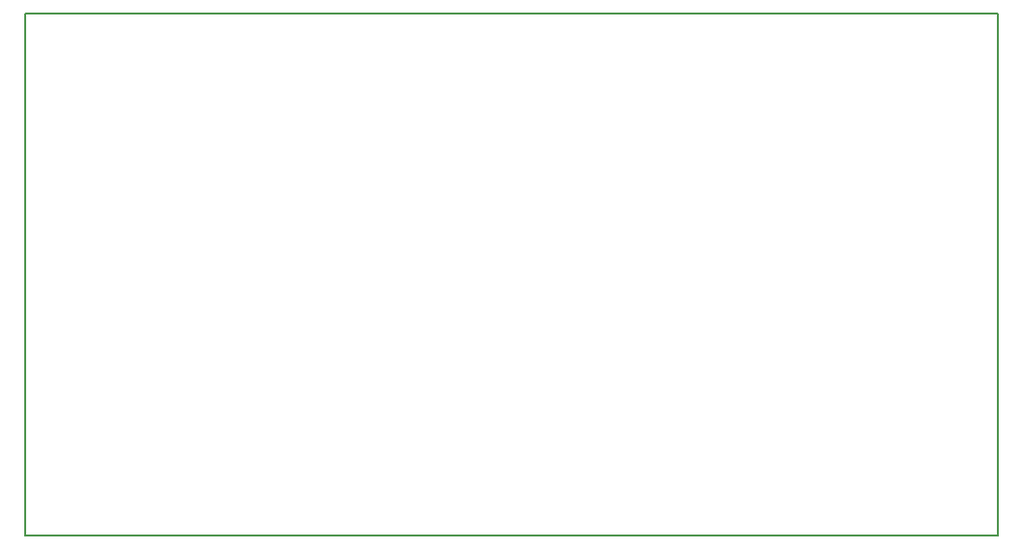
<source format=gbr>
%TF.GenerationSoftware,KiCad,Pcbnew,(6.0.0)*%
%TF.CreationDate,2022-08-29T20:46:27+02:00*%
%TF.ProjectId,AV_MOD_FAMICOM,41565f4d-4f44-45f4-9641-4d49434f4d2e,rev?*%
%TF.SameCoordinates,Original*%
%TF.FileFunction,Profile,NP*%
%FSLAX46Y46*%
G04 Gerber Fmt 4.6, Leading zero omitted, Abs format (unit mm)*
G04 Created by KiCad (PCBNEW (6.0.0)) date 2022-08-29 20:46:27*
%MOMM*%
%LPD*%
G01*
G04 APERTURE LIST*
%TA.AperFunction,Profile*%
%ADD10C,0.200000*%
%TD*%
G04 APERTURE END LIST*
D10*
X102870000Y-73660000D02*
X187960000Y-73660000D01*
X187960000Y-73660000D02*
X187960000Y-119380000D01*
X187960000Y-119380000D02*
X102870000Y-119380000D01*
X102870000Y-119380000D02*
X102870000Y-73660000D01*
M02*

</source>
